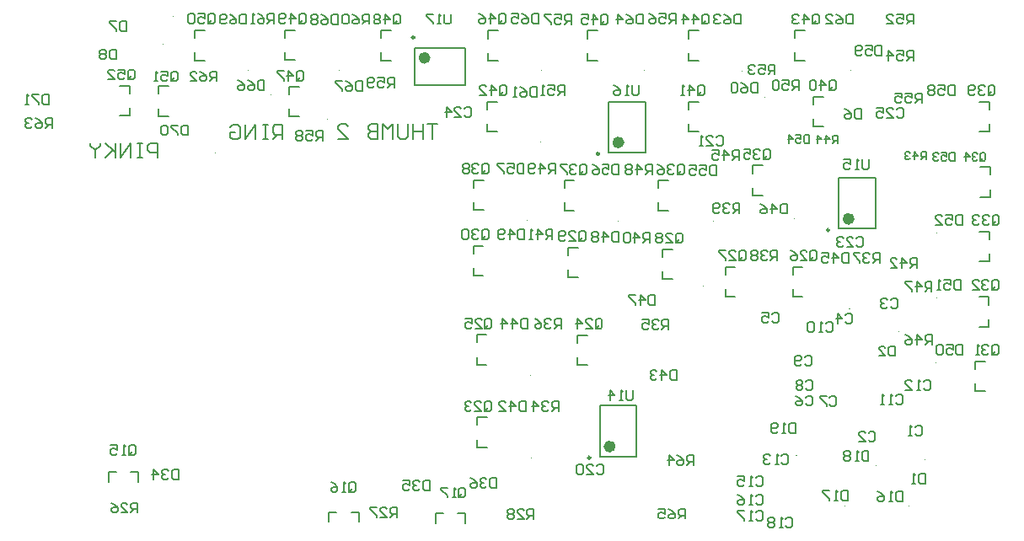
<source format=gbr>
G04 Layer_Color=49087*
%FSLAX44Y44*%
%MOMM*%
%TF.FileFunction,Legend,Bot*%
%TF.Part,Single*%
G01*
G75*
%TA.AperFunction,NonConductor*%
%ADD47C,0.1000*%
%ADD48C,0.6000*%
%ADD49C,0.2500*%
%ADD50C,0.2000*%
D47*
X642000Y303500D02*
G03*
X642000Y303500I-500J0D01*
G01*
X716000D02*
G03*
X716000Y303500I-500J0D01*
G01*
X509500Y709250D02*
G03*
X509500Y709250I-500J0D01*
G01*
X566500Y685000D02*
G03*
X566500Y685000I-500J0D01*
G01*
X578500Y734250D02*
G03*
X578500Y734250I-500J0D01*
G01*
X487000Y734000D02*
G03*
X487000Y734000I-500J0D01*
G01*
X453500Y651000D02*
G03*
X453500Y651000I-500J0D01*
G01*
X1150500Y296250D02*
G03*
X1150500Y296250I-500J0D01*
G01*
X1086750Y296500D02*
G03*
X1086750Y296500I-500J0D01*
G01*
X1117500Y336750D02*
G03*
X1117500Y336750I-500J0D01*
G01*
X411750Y788250D02*
G03*
X411750Y788250I-500J0D01*
G01*
X401250Y760500D02*
G03*
X401250Y760500I-500J0D01*
G01*
X1037750Y347250D02*
G03*
X1037750Y347250I-500J0D01*
G01*
X1167000Y343000D02*
G03*
X1167000Y343000I-500J0D01*
G01*
X1140750Y471500D02*
G03*
X1140750Y471500I-500J0D01*
G01*
X1093000Y663250D02*
G03*
X1093000Y663250I-500J0D01*
G01*
X393000Y312750D02*
G03*
X393000Y312750I-500J0D01*
G01*
X294750Y693750D02*
G03*
X294750Y693750I-500J0D01*
G01*
X983000Y733000D02*
G03*
X983000Y733000I-500J0D01*
G01*
X781500Y733750D02*
G03*
X781500Y733750I-500J0D01*
G01*
X884500D02*
G03*
X884500Y733750I-500J0D01*
G01*
X1092500Y734000D02*
G03*
X1092500Y734000I-500J0D01*
G01*
X1176250Y700500D02*
G03*
X1176250Y700500I-500J0D01*
G01*
X1101750Y740500D02*
G03*
X1101750Y740500I-500J0D01*
G01*
X1005500Y706750D02*
G03*
X1005500Y706750I-500J0D01*
G01*
X780250Y662000D02*
G03*
X780250Y662000I-500J0D01*
G01*
X766750Y583000D02*
G03*
X766750Y583000I-500J0D01*
G01*
X858250Y582500D02*
G03*
X858250Y582500I-500J0D01*
G01*
X954250Y582250D02*
G03*
X954250Y582250I-500J0D01*
G01*
X1025500Y652250D02*
G03*
X1025500Y652250I-500J0D01*
G01*
X1178000Y635500D02*
G03*
X1178000Y635500I-500J0D01*
G01*
X1178250Y570500D02*
G03*
X1178250Y570500I-500J0D01*
G01*
X1178750Y505250D02*
G03*
X1178750Y505250I-500J0D01*
G01*
X1177750Y440250D02*
G03*
X1177750Y440250I-500J0D01*
G01*
X769000Y516750D02*
G03*
X769000Y516750I-500J0D01*
G01*
X861250Y514250D02*
G03*
X861250Y514250I-500J0D01*
G01*
X943750Y517250D02*
G03*
X943750Y517250I-500J0D01*
G01*
X1035250Y585000D02*
G03*
X1035250Y585000I-500J0D01*
G01*
X1091000Y494500D02*
G03*
X1091000Y494500I-500J0D01*
G01*
X770500Y427750D02*
G03*
X770500Y427750I-500J0D01*
G01*
X879250Y427000D02*
G03*
X879250Y427000I-500J0D01*
G01*
X771500Y344750D02*
G03*
X771500Y344750I-500J0D01*
G01*
D48*
X666750Y746500D02*
G03*
X666750Y746500I-3000J0D01*
G01*
X861500Y661500D02*
G03*
X861500Y661500I-3000J0D01*
G01*
X1092750Y584750D02*
G03*
X1092750Y584750I-3000J0D01*
G01*
X852750Y356000D02*
G03*
X852750Y356000I-3000J0D01*
G01*
D49*
X653700Y767000D02*
G03*
X653700Y767000I-1250J0D01*
G01*
X839250Y650200D02*
G03*
X839250Y650200I-1250J0D01*
G01*
X1070500Y573450D02*
G03*
X1070500Y573450I-1250J0D01*
G01*
X830500Y344700D02*
G03*
X830500Y344700I-1250J0D01*
G01*
D50*
X704750Y719500D02*
Y756500D01*
X653750Y719500D02*
Y756500D01*
Y719500D02*
X704750D01*
X653750Y756500D02*
X704750D01*
X528000Y717750D02*
X538000D01*
X528000Y710000D02*
Y717750D01*
Y687750D02*
X538000D01*
X528000D02*
Y695500D01*
X620250Y744000D02*
Y751750D01*
Y744000D02*
X630250D01*
X620250Y766250D02*
Y774000D01*
X630250D01*
X523750Y774250D02*
X533750D01*
X523750Y766500D02*
Y774250D01*
Y744250D02*
X533750D01*
X523750D02*
Y752000D01*
X432750Y744000D02*
Y751750D01*
Y744000D02*
X442750D01*
X432750Y766250D02*
Y774000D01*
X442750D01*
X567750Y290250D02*
X575500D01*
X567750Y280250D02*
Y290250D01*
X590000D02*
X597750D01*
Y280250D02*
Y290250D01*
X376250Y320250D02*
Y330250D01*
X368500D02*
X376250D01*
X346250Y320250D02*
Y330250D01*
X354000D01*
X705000Y278750D02*
Y288750D01*
X697250D02*
X705000D01*
X675000Y278750D02*
Y288750D01*
X682750D01*
X716500Y385250D02*
X726500D01*
X716500Y377500D02*
Y385250D01*
Y355250D02*
X726500D01*
X716500D02*
Y363000D01*
X367750Y710500D02*
Y718250D01*
X357750D02*
X367750D01*
Y688250D02*
Y696000D01*
X357750Y688250D02*
X367750D01*
X396250Y718000D02*
X406250D01*
X396250Y710250D02*
Y718000D01*
Y688000D02*
X406250D01*
X396250D02*
Y695750D01*
X929000Y743750D02*
Y751500D01*
Y743750D02*
X939000D01*
X929000Y766000D02*
Y773750D01*
X939000D01*
X727500Y743750D02*
Y751500D01*
Y743750D02*
X737500D01*
X727500Y766000D02*
Y773750D01*
X737500D01*
X827750D02*
X837750D01*
X827750Y766000D02*
Y773750D01*
Y743750D02*
X837750D01*
X827750D02*
Y751500D01*
X1035750Y774000D02*
X1045750D01*
X1035750Y766250D02*
Y774000D01*
Y744000D02*
X1045750D01*
X1035750D02*
Y751750D01*
X929000Y702250D02*
X939000D01*
X929000Y694500D02*
Y702250D01*
Y672250D02*
X939000D01*
X929000D02*
Y680000D01*
X1221000Y672250D02*
X1231000D01*
Y680000D01*
X1221000Y702250D02*
X1231000D01*
Y694500D02*
Y702250D01*
X1054750Y677500D02*
Y685250D01*
Y677500D02*
X1064750D01*
X1054750Y699750D02*
Y707500D01*
X1064750D01*
X848500Y702500D02*
X885500D01*
X848500Y651500D02*
X885500D01*
Y702500D01*
X848500Y651500D02*
Y702500D01*
X726750Y672500D02*
Y680250D01*
Y672500D02*
X736750D01*
X726750Y694750D02*
Y702500D01*
X736750D01*
X713000Y593500D02*
Y601250D01*
Y593500D02*
X723000D01*
X713000Y615750D02*
Y623500D01*
X723000D01*
X804250Y623250D02*
X814250D01*
X804250Y615500D02*
Y623250D01*
Y593250D02*
X814250D01*
X804250D02*
Y601000D01*
X898500Y593250D02*
Y601000D01*
Y593250D02*
X908500D01*
X898500Y615500D02*
Y623250D01*
X908500D01*
X993500Y638250D02*
X1003500D01*
X993500Y630500D02*
Y638250D01*
Y608250D02*
X1003500D01*
X993500D02*
Y616000D01*
X1079750Y625750D02*
X1116750D01*
X1079750Y574750D02*
X1116750D01*
Y625750D01*
X1079750Y574750D02*
Y625750D01*
X1232250Y629000D02*
Y636750D01*
X1222250D02*
X1232250D01*
Y606750D02*
Y614500D01*
X1222250Y606750D02*
X1232250D01*
X1221250Y542000D02*
X1231250D01*
Y549750D01*
X1221250Y572000D02*
X1231250D01*
Y564250D02*
Y572000D01*
X1230750Y498500D02*
Y506250D01*
X1220750D02*
X1230750D01*
Y476250D02*
Y484000D01*
X1220750Y476250D02*
X1230750D01*
X1216750Y441750D02*
X1226750D01*
X1216750Y434000D02*
Y441750D01*
Y411750D02*
X1226750D01*
X1216750D02*
Y419500D01*
X712750Y527500D02*
Y535250D01*
Y527500D02*
X722750D01*
X712750Y549750D02*
Y557500D01*
X722750D01*
X808250Y555750D02*
X818250D01*
X808250Y548000D02*
Y555750D01*
Y525750D02*
X818250D01*
X808250D02*
Y533500D01*
X903000Y524000D02*
Y531750D01*
Y524000D02*
X913000D01*
X903000Y546250D02*
Y554000D01*
X913000D01*
X966000Y536500D02*
X976000D01*
X966000Y528750D02*
Y536500D01*
Y506500D02*
X976000D01*
X966000D02*
Y514250D01*
X1033750Y506250D02*
Y514000D01*
Y506250D02*
X1043750D01*
X1033750Y528500D02*
Y536250D01*
X1043750D01*
X716250Y468250D02*
X726250D01*
X716250Y460500D02*
Y468250D01*
Y438250D02*
X726250D01*
X716250D02*
Y446000D01*
X817500Y438000D02*
Y445750D01*
Y438000D02*
X827500D01*
X817500Y460250D02*
Y468000D01*
X827500D01*
X839750Y397000D02*
X876750D01*
X839750Y346000D02*
X876750D01*
Y397000D01*
X839750Y346000D02*
Y397000D01*
X669000Y322247D02*
Y312250D01*
X664002D01*
X662336Y313916D01*
Y320581D01*
X664002Y322247D01*
X669000D01*
X659003Y320581D02*
X657337Y322247D01*
X654005D01*
X652339Y320581D01*
Y318915D01*
X654005Y317248D01*
X655671D01*
X654005D01*
X652339Y315582D01*
Y313916D01*
X654005Y312250D01*
X657337D01*
X659003Y313916D01*
X642342Y322247D02*
X649006D01*
Y317248D01*
X645674Y318915D01*
X644008D01*
X642342Y317248D01*
Y313916D01*
X644008Y312250D01*
X647340D01*
X649006Y313916D01*
X736250Y324497D02*
Y314500D01*
X731252D01*
X729585Y316166D01*
Y322831D01*
X731252Y324497D01*
X736250D01*
X726253Y322831D02*
X724587Y324497D01*
X721255D01*
X719589Y322831D01*
Y321165D01*
X721255Y319498D01*
X722921D01*
X721255D01*
X719589Y317832D01*
Y316166D01*
X721255Y314500D01*
X724587D01*
X726253Y316166D01*
X709592Y324497D02*
X712924Y322831D01*
X716256Y319498D01*
Y316166D01*
X714590Y314500D01*
X711258D01*
X709592Y316166D01*
Y317832D01*
X711258Y319498D01*
X716256D01*
X690500Y790497D02*
Y782166D01*
X688834Y780500D01*
X685502D01*
X683836Y782166D01*
Y790497D01*
X680503Y780500D02*
X677171D01*
X678837D01*
Y790497D01*
X680503Y788831D01*
X672173Y790497D02*
X665508D01*
Y788831D01*
X672173Y782166D01*
Y780500D01*
X1110250Y644497D02*
Y636166D01*
X1108584Y634500D01*
X1105252D01*
X1103586Y636166D01*
Y644497D01*
X1100253Y634500D02*
X1096921D01*
X1098587D01*
Y644497D01*
X1100253Y642831D01*
X1085258Y644497D02*
X1091923D01*
Y639498D01*
X1088590Y641164D01*
X1086924D01*
X1085258Y639498D01*
Y636166D01*
X1086924Y634500D01*
X1090256D01*
X1091923Y636166D01*
X925500Y283500D02*
Y293497D01*
X920502D01*
X918836Y291831D01*
Y288498D01*
X920502Y286832D01*
X925500D01*
X922168D02*
X918836Y283500D01*
X908839Y293497D02*
X912171Y291831D01*
X915503Y288498D01*
Y285166D01*
X913837Y283500D01*
X910505D01*
X908839Y285166D01*
Y286832D01*
X910505Y288498D01*
X915503D01*
X898842Y293497D02*
X905506D01*
Y288498D01*
X902174Y290165D01*
X900508D01*
X898842Y288498D01*
Y285166D01*
X900508Y283500D01*
X903840D01*
X905506Y285166D01*
X934250Y337500D02*
Y347497D01*
X929252D01*
X927585Y345831D01*
Y342498D01*
X929252Y340832D01*
X934250D01*
X930918D02*
X927585Y337500D01*
X917589Y347497D02*
X920921Y345831D01*
X924253Y342498D01*
Y339166D01*
X922587Y337500D01*
X919255D01*
X917589Y339166D01*
Y340832D01*
X919255Y342498D01*
X924253D01*
X909258Y337500D02*
Y347497D01*
X914256Y342498D01*
X907592D01*
X289500Y676250D02*
Y686247D01*
X284502D01*
X282836Y684581D01*
Y681248D01*
X284502Y679582D01*
X289500D01*
X286168D02*
X282836Y676250D01*
X272839Y686247D02*
X276171Y684581D01*
X279503Y681248D01*
Y677916D01*
X277837Y676250D01*
X274505D01*
X272839Y677916D01*
Y679582D01*
X274505Y681248D01*
X279503D01*
X269506Y684581D02*
X267840Y686247D01*
X264508D01*
X262842Y684581D01*
Y682915D01*
X264508Y681248D01*
X266174D01*
X264508D01*
X262842Y679582D01*
Y677916D01*
X264508Y676250D01*
X267840D01*
X269506Y677916D01*
X455000Y723000D02*
Y732997D01*
X450002D01*
X448335Y731331D01*
Y727998D01*
X450002Y726332D01*
X455000D01*
X451668D02*
X448335Y723000D01*
X438339Y732997D02*
X441671Y731331D01*
X445003Y727998D01*
Y724666D01*
X443337Y723000D01*
X440005D01*
X438339Y724666D01*
Y726332D01*
X440005Y727998D01*
X445003D01*
X428342Y723000D02*
X435006D01*
X428342Y729665D01*
Y731331D01*
X430008Y732997D01*
X433340D01*
X435006Y731331D01*
X512750Y780750D02*
Y790747D01*
X507752D01*
X506086Y789081D01*
Y785748D01*
X507752Y784082D01*
X512750D01*
X509418D02*
X506086Y780750D01*
X496089Y790747D02*
X499421Y789081D01*
X502753Y785748D01*
Y782416D01*
X501087Y780750D01*
X497755D01*
X496089Y782416D01*
Y784082D01*
X497755Y785748D01*
X502753D01*
X492756Y780750D02*
X489424D01*
X491090D01*
Y790747D01*
X492756Y789081D01*
X608000Y780500D02*
Y790497D01*
X603002D01*
X601335Y788831D01*
Y785498D01*
X603002Y783832D01*
X608000D01*
X604668D02*
X601335Y780500D01*
X591339Y790497D02*
X594671Y788831D01*
X598003Y785498D01*
Y782166D01*
X596337Y780500D01*
X593005D01*
X591339Y782166D01*
Y783832D01*
X593005Y785498D01*
X598003D01*
X588006Y788831D02*
X586340Y790497D01*
X583008D01*
X581342Y788831D01*
Y782166D01*
X583008Y780500D01*
X586340D01*
X588006Y782166D01*
Y788831D01*
X633500Y716500D02*
Y726497D01*
X628502D01*
X626836Y724831D01*
Y721498D01*
X628502Y719832D01*
X633500D01*
X630168D02*
X626836Y716500D01*
X616839Y726497D02*
X623503D01*
Y721498D01*
X620171Y723165D01*
X618505D01*
X616839Y721498D01*
Y718166D01*
X618505Y716500D01*
X621837D01*
X623503Y718166D01*
X613506D02*
X611840Y716500D01*
X608508D01*
X606842Y718166D01*
Y724831D01*
X608508Y726497D01*
X611840D01*
X613506Y724831D01*
Y723165D01*
X611840Y721498D01*
X606842D01*
X561500Y663500D02*
Y673497D01*
X556502D01*
X554836Y671831D01*
Y668498D01*
X556502Y666832D01*
X561500D01*
X558168D02*
X554836Y663500D01*
X544839Y673497D02*
X551503D01*
Y668498D01*
X548171Y670164D01*
X546505D01*
X544839Y668498D01*
Y665166D01*
X546505Y663500D01*
X549837D01*
X551503Y665166D01*
X541506Y671831D02*
X539840Y673497D01*
X536508D01*
X534842Y671831D01*
Y670164D01*
X536508Y668498D01*
X534842Y666832D01*
Y665166D01*
X536508Y663500D01*
X539840D01*
X541506Y665166D01*
Y666832D01*
X539840Y668498D01*
X541506Y670164D01*
Y671831D01*
X539840Y668498D02*
X536508D01*
X1163500Y701000D02*
Y710997D01*
X1158502D01*
X1156835Y709331D01*
Y705998D01*
X1158502Y704332D01*
X1163500D01*
X1160168D02*
X1156835Y701000D01*
X1146839Y710997D02*
X1153503D01*
Y705998D01*
X1150171Y707664D01*
X1148505D01*
X1146839Y705998D01*
Y702666D01*
X1148505Y701000D01*
X1151837D01*
X1153503Y702666D01*
X1136842Y710997D02*
X1143506D01*
Y705998D01*
X1140174Y707664D01*
X1138508D01*
X1136842Y705998D01*
Y702666D01*
X1138508Y701000D01*
X1141840D01*
X1143506Y702666D01*
X1155000Y744000D02*
Y753997D01*
X1150002D01*
X1148335Y752331D01*
Y748998D01*
X1150002Y747332D01*
X1155000D01*
X1151668D02*
X1148335Y744000D01*
X1138339Y753997D02*
X1145003D01*
Y748998D01*
X1141671Y750665D01*
X1140005D01*
X1138339Y748998D01*
Y745666D01*
X1140005Y744000D01*
X1143337D01*
X1145003Y745666D01*
X1130008Y744000D02*
Y753997D01*
X1135006Y748998D01*
X1128342D01*
X1173250Y512000D02*
Y521997D01*
X1168252D01*
X1166585Y520331D01*
Y516998D01*
X1168252Y515332D01*
X1173250D01*
X1169918D02*
X1166585Y512000D01*
X1158255D02*
Y521997D01*
X1163253Y516998D01*
X1156589D01*
X1153256Y521997D02*
X1146592D01*
Y520331D01*
X1153256Y513666D01*
Y512000D01*
X1173500Y458500D02*
Y468497D01*
X1168502D01*
X1166835Y466831D01*
Y463498D01*
X1168502Y461832D01*
X1173500D01*
X1170168D02*
X1166835Y458500D01*
X1158505D02*
Y468497D01*
X1163503Y463498D01*
X1156839D01*
X1146842Y468497D02*
X1150174Y466831D01*
X1153506Y463498D01*
Y460166D01*
X1151840Y458500D01*
X1148508D01*
X1146842Y460166D01*
Y461832D01*
X1148508Y463498D01*
X1153506D01*
X979500Y643500D02*
Y653497D01*
X974502D01*
X972835Y651831D01*
Y648498D01*
X974502Y646832D01*
X979500D01*
X976168D02*
X972835Y643500D01*
X964505D02*
Y653497D01*
X969503Y648498D01*
X962839D01*
X952842Y653497D02*
X959506D01*
Y648498D01*
X956174Y650164D01*
X954508D01*
X952842Y648498D01*
Y645166D01*
X954508Y643500D01*
X957840D01*
X959506Y645166D01*
X1079000Y660500D02*
Y668497D01*
X1075001D01*
X1073668Y667165D01*
Y664499D01*
X1075001Y663166D01*
X1079000D01*
X1076334D02*
X1073668Y660500D01*
X1067004D02*
Y668497D01*
X1071003Y664499D01*
X1065671D01*
X1059006Y660500D02*
Y668497D01*
X1063005Y664499D01*
X1057674D01*
X1167750Y644250D02*
Y652247D01*
X1163751D01*
X1162418Y650915D01*
Y648249D01*
X1163751Y646916D01*
X1167750D01*
X1165084D02*
X1162418Y644250D01*
X1155754D02*
Y652247D01*
X1159753Y648249D01*
X1154421D01*
X1151755Y650915D02*
X1150422Y652247D01*
X1147756D01*
X1146423Y650915D01*
Y649582D01*
X1147756Y648249D01*
X1149089D01*
X1147756D01*
X1146423Y646916D01*
Y645583D01*
X1147756Y644250D01*
X1150422D01*
X1151755Y645583D01*
X1158500Y535375D02*
Y545372D01*
X1153502D01*
X1151835Y543706D01*
Y540373D01*
X1153502Y538707D01*
X1158500D01*
X1155168D02*
X1151835Y535375D01*
X1143505D02*
Y545372D01*
X1148503Y540373D01*
X1141839D01*
X1131842Y535375D02*
X1138506D01*
X1131842Y542039D01*
Y543706D01*
X1133508Y545372D01*
X1136840D01*
X1138506Y543706D01*
X792250Y564250D02*
Y574247D01*
X787252D01*
X785585Y572581D01*
Y569248D01*
X787252Y567582D01*
X792250D01*
X788918D02*
X785585Y564250D01*
X777255D02*
Y574247D01*
X782253Y569248D01*
X775589D01*
X772256Y564250D02*
X768924D01*
X770590D01*
Y574247D01*
X772256Y572581D01*
X890250Y561000D02*
Y570997D01*
X885252D01*
X883586Y569331D01*
Y565998D01*
X885252Y564332D01*
X890250D01*
X886918D02*
X883586Y561000D01*
X875255D02*
Y570997D01*
X880253Y565998D01*
X873589D01*
X870257Y569331D02*
X868590Y570997D01*
X865258D01*
X863592Y569331D01*
Y562666D01*
X865258Y561000D01*
X868590D01*
X870257Y562666D01*
Y569331D01*
X773580Y283176D02*
Y293173D01*
X768582D01*
X766916Y291507D01*
Y288174D01*
X768582Y286508D01*
X773580D01*
X770248D02*
X766916Y283176D01*
X756919D02*
X763583D01*
X756919Y289841D01*
Y291507D01*
X758585Y293173D01*
X761917D01*
X763583Y291507D01*
X753586D02*
X751920Y293173D01*
X748588D01*
X746922Y291507D01*
Y289841D01*
X748588Y288174D01*
X746922Y286508D01*
Y284842D01*
X748588Y283176D01*
X751920D01*
X753586Y284842D01*
Y286508D01*
X751920Y288174D01*
X753586Y289841D01*
Y291507D01*
X751920Y288174D02*
X748588D01*
X635750Y284500D02*
Y294497D01*
X630752D01*
X629086Y292831D01*
Y289498D01*
X630752Y287832D01*
X635750D01*
X632418D02*
X629086Y284500D01*
X619089D02*
X625753D01*
X619089Y291164D01*
Y292831D01*
X620755Y294497D01*
X624087D01*
X625753Y292831D01*
X615756Y294497D02*
X609092D01*
Y292831D01*
X615756Y286166D01*
Y284500D01*
X375500Y289500D02*
Y299497D01*
X370502D01*
X368835Y297831D01*
Y294498D01*
X370502Y292832D01*
X375500D01*
X372168D02*
X368835Y289500D01*
X358839D02*
X365503D01*
X358839Y296164D01*
Y297831D01*
X360505Y299497D01*
X363837D01*
X365503Y297831D01*
X348842Y299497D02*
X352174Y297831D01*
X355507Y294498D01*
Y291166D01*
X353840Y289500D01*
X350508D01*
X348842Y291166D01*
Y292832D01*
X350508Y294498D01*
X355507D01*
X366086Y726416D02*
Y733081D01*
X367752Y734747D01*
X371084D01*
X372750Y733081D01*
Y726416D01*
X371084Y724750D01*
X367752D01*
X369418Y728082D02*
X366086Y724750D01*
X367752D02*
X366086Y726416D01*
X356089Y734747D02*
X362753D01*
Y729748D01*
X359421Y731414D01*
X357755D01*
X356089Y729748D01*
Y726416D01*
X357755Y724750D01*
X361087D01*
X362753Y726416D01*
X346092Y724750D02*
X352756D01*
X346092Y731414D01*
Y733081D01*
X347758Y734747D01*
X351090D01*
X352756Y733081D01*
X409336Y724666D02*
Y731331D01*
X411002Y732997D01*
X414334D01*
X416000Y731331D01*
Y724666D01*
X414334Y723000D01*
X411002D01*
X412668Y726332D02*
X409336Y723000D01*
X411002D02*
X409336Y724666D01*
X399339Y732997D02*
X406003D01*
Y727998D01*
X402671Y729665D01*
X401005D01*
X399339Y727998D01*
Y724666D01*
X401005Y723000D01*
X404337D01*
X406003Y724666D01*
X396006Y723000D02*
X392674D01*
X394340D01*
Y732997D01*
X396006Y731331D01*
X446335Y782416D02*
Y789081D01*
X448002Y790747D01*
X451334D01*
X453000Y789081D01*
Y782416D01*
X451334Y780750D01*
X448002D01*
X449668Y784082D02*
X446335Y780750D01*
X448002D02*
X446335Y782416D01*
X436339Y790747D02*
X443003D01*
Y785748D01*
X439671Y787414D01*
X438005D01*
X436339Y785748D01*
Y782416D01*
X438005Y780750D01*
X441337D01*
X443003Y782416D01*
X433006Y789081D02*
X431340Y790747D01*
X428008D01*
X426342Y789081D01*
Y782416D01*
X428008Y780750D01*
X431340D01*
X433006Y782416D01*
Y789081D01*
X537585Y782416D02*
Y789081D01*
X539252Y790747D01*
X542584D01*
X544250Y789081D01*
Y782416D01*
X542584Y780750D01*
X539252D01*
X540918Y784082D02*
X537585Y780750D01*
X539252D02*
X537585Y782416D01*
X529255Y780750D02*
Y790747D01*
X534253Y785748D01*
X527589D01*
X524257Y782416D02*
X522590Y780750D01*
X519258D01*
X517592Y782416D01*
Y789081D01*
X519258Y790747D01*
X522590D01*
X524257Y789081D01*
Y787414D01*
X522590Y785748D01*
X517592D01*
X632836Y782166D02*
Y788831D01*
X634502Y790497D01*
X637834D01*
X639500Y788831D01*
Y782166D01*
X637834Y780500D01*
X634502D01*
X636168Y783832D02*
X632836Y780500D01*
X634502D02*
X632836Y782166D01*
X624505Y780500D02*
Y790497D01*
X629503Y785498D01*
X622839D01*
X619506Y788831D02*
X617840Y790497D01*
X614508D01*
X612842Y788831D01*
Y787165D01*
X614508Y785498D01*
X612842Y783832D01*
Y782166D01*
X614508Y780500D01*
X617840D01*
X619506Y782166D01*
Y783832D01*
X617840Y785498D01*
X619506Y787165D01*
Y788831D01*
X617840Y785498D02*
X614508D01*
X535586Y724916D02*
Y731581D01*
X537252Y733247D01*
X540584D01*
X542250Y731581D01*
Y724916D01*
X540584Y723250D01*
X537252D01*
X538918Y726582D02*
X535586Y723250D01*
X537252D02*
X535586Y724916D01*
X527255Y723250D02*
Y733247D01*
X532253Y728248D01*
X525589D01*
X522256Y733247D02*
X515592D01*
Y731581D01*
X522256Y724916D01*
Y723250D01*
X738335Y782666D02*
Y789331D01*
X740002Y790997D01*
X743334D01*
X745000Y789331D01*
Y782666D01*
X743334Y781000D01*
X740002D01*
X741668Y784332D02*
X738335Y781000D01*
X740002D02*
X738335Y782666D01*
X730005Y781000D02*
Y790997D01*
X735003Y785998D01*
X728339D01*
X718342Y790997D02*
X721674Y789331D01*
X725006Y785998D01*
Y782666D01*
X723340Y781000D01*
X720008D01*
X718342Y782666D01*
Y784332D01*
X720008Y785998D01*
X725006D01*
X841336Y781666D02*
Y788331D01*
X843002Y789997D01*
X846334D01*
X848000Y788331D01*
Y781666D01*
X846334Y780000D01*
X843002D01*
X844668Y783332D02*
X841336Y780000D01*
X843002D02*
X841336Y781666D01*
X833005Y780000D02*
Y789997D01*
X838003Y784998D01*
X831339D01*
X821342Y789997D02*
X828006D01*
Y784998D01*
X824674Y786665D01*
X823008D01*
X821342Y784998D01*
Y781666D01*
X823008Y780000D01*
X826340D01*
X828006Y781666D01*
X942336Y782166D02*
Y788831D01*
X944002Y790497D01*
X947334D01*
X949000Y788831D01*
Y782166D01*
X947334Y780500D01*
X944002D01*
X945668Y783832D02*
X942336Y780500D01*
X944002D02*
X942336Y782166D01*
X934005Y780500D02*
Y790497D01*
X939003Y785498D01*
X932339D01*
X924008Y780500D02*
Y790497D01*
X929006Y785498D01*
X922342D01*
X1053586Y782166D02*
Y788831D01*
X1055252Y790497D01*
X1058584D01*
X1060250Y788831D01*
Y782166D01*
X1058584Y780500D01*
X1055252D01*
X1056918Y783832D02*
X1053586Y780500D01*
X1055252D02*
X1053586Y782166D01*
X1045255Y780500D02*
Y790497D01*
X1050253Y785498D01*
X1043589D01*
X1040256Y788831D02*
X1038590Y790497D01*
X1035258D01*
X1033592Y788831D01*
Y787165D01*
X1035258Y785498D01*
X1036924D01*
X1035258D01*
X1033592Y783832D01*
Y782166D01*
X1035258Y780500D01*
X1038590D01*
X1040256Y782166D01*
X739335Y710666D02*
Y717331D01*
X741002Y718997D01*
X744334D01*
X746000Y717331D01*
Y710666D01*
X744334Y709000D01*
X741002D01*
X742668Y712332D02*
X739335Y709000D01*
X741002D02*
X739335Y710666D01*
X731005Y709000D02*
Y718997D01*
X736003Y713998D01*
X729339D01*
X719342Y709000D02*
X726006D01*
X719342Y715665D01*
Y717331D01*
X721008Y718997D01*
X724340D01*
X726006Y717331D01*
X938335Y710666D02*
Y717331D01*
X940002Y718997D01*
X943334D01*
X945000Y717331D01*
Y710666D01*
X943334Y709000D01*
X940002D01*
X941668Y712332D02*
X938335Y709000D01*
X940002D02*
X938335Y710666D01*
X930005Y709000D02*
Y718997D01*
X935003Y713998D01*
X928339D01*
X925006Y709000D02*
X921674D01*
X923340D01*
Y718997D01*
X925006Y717331D01*
X1070585Y715916D02*
Y722581D01*
X1072252Y724247D01*
X1075584D01*
X1077250Y722581D01*
Y715916D01*
X1075584Y714250D01*
X1072252D01*
X1073918Y717582D02*
X1070585Y714250D01*
X1072252D02*
X1070585Y715916D01*
X1062255Y714250D02*
Y724247D01*
X1067253Y719248D01*
X1060589D01*
X1057256Y722581D02*
X1055590Y724247D01*
X1052258D01*
X1050592Y722581D01*
Y715916D01*
X1052258Y714250D01*
X1055590D01*
X1057256Y715916D01*
Y722581D01*
X1230086Y710416D02*
Y717081D01*
X1231752Y718747D01*
X1235084D01*
X1236750Y717081D01*
Y710416D01*
X1235084Y708750D01*
X1231752D01*
X1233418Y712082D02*
X1230086Y708750D01*
X1231752D02*
X1230086Y710416D01*
X1226753Y717081D02*
X1225087Y718747D01*
X1221755D01*
X1220089Y717081D01*
Y715415D01*
X1221755Y713748D01*
X1223421D01*
X1221755D01*
X1220089Y712082D01*
Y710416D01*
X1221755Y708750D01*
X1225087D01*
X1226753Y710416D01*
X1216756D02*
X1215090Y708750D01*
X1211758D01*
X1210092Y710416D01*
Y717081D01*
X1211758Y718747D01*
X1215090D01*
X1216756Y717081D01*
Y715415D01*
X1215090Y713748D01*
X1210092D01*
X721835Y631666D02*
Y638331D01*
X723502Y639997D01*
X726834D01*
X728500Y638331D01*
Y631666D01*
X726834Y630000D01*
X723502D01*
X725168Y633332D02*
X721835Y630000D01*
X723502D02*
X721835Y631666D01*
X718503Y638331D02*
X716837Y639997D01*
X713505D01*
X711839Y638331D01*
Y636665D01*
X713505Y634998D01*
X715171D01*
X713505D01*
X711839Y633332D01*
Y631666D01*
X713505Y630000D01*
X716837D01*
X718503Y631666D01*
X708506Y638331D02*
X706840Y639997D01*
X703508D01*
X701842Y638331D01*
Y636665D01*
X703508Y634998D01*
X701842Y633332D01*
Y631666D01*
X703508Y630000D01*
X706840D01*
X708506Y631666D01*
Y633332D01*
X706840Y634998D01*
X708506Y636665D01*
Y638331D01*
X706840Y634998D02*
X703508D01*
X820086Y631416D02*
Y638081D01*
X821752Y639747D01*
X825084D01*
X826750Y638081D01*
Y631416D01*
X825084Y629750D01*
X821752D01*
X823418Y633082D02*
X820086Y629750D01*
X821752D02*
X820086Y631416D01*
X816753Y638081D02*
X815087Y639747D01*
X811755D01*
X810089Y638081D01*
Y636414D01*
X811755Y634748D01*
X813421D01*
X811755D01*
X810089Y633082D01*
Y631416D01*
X811755Y629750D01*
X815087D01*
X816753Y631416D01*
X806757Y639747D02*
X800092D01*
Y638081D01*
X806757Y631416D01*
Y629750D01*
X918085Y631416D02*
Y638081D01*
X919752Y639747D01*
X923084D01*
X924750Y638081D01*
Y631416D01*
X923084Y629750D01*
X919752D01*
X921418Y633082D02*
X918085Y629750D01*
X919752D02*
X918085Y631416D01*
X914753Y638081D02*
X913087Y639747D01*
X909755D01*
X908089Y638081D01*
Y636414D01*
X909755Y634748D01*
X911421D01*
X909755D01*
X908089Y633082D01*
Y631416D01*
X909755Y629750D01*
X913087D01*
X914753Y631416D01*
X898092Y639747D02*
X901424Y638081D01*
X904756Y634748D01*
Y631416D01*
X903090Y629750D01*
X899758D01*
X898092Y631416D01*
Y633082D01*
X899758Y634748D01*
X904756D01*
X1004585Y646416D02*
Y653081D01*
X1006252Y654747D01*
X1009584D01*
X1011250Y653081D01*
Y646416D01*
X1009584Y644750D01*
X1006252D01*
X1007918Y648082D02*
X1004585Y644750D01*
X1006252D02*
X1004585Y646416D01*
X1001253Y653081D02*
X999587Y654747D01*
X996255D01*
X994589Y653081D01*
Y651414D01*
X996255Y649748D01*
X997921D01*
X996255D01*
X994589Y648082D01*
Y646416D01*
X996255Y644750D01*
X999587D01*
X1001253Y646416D01*
X984592Y654747D02*
X991256D01*
Y649748D01*
X987924Y651414D01*
X986258D01*
X984592Y649748D01*
Y646416D01*
X986258Y644750D01*
X989590D01*
X991256Y646416D01*
X1222168Y644333D02*
Y649665D01*
X1223501Y650997D01*
X1226167D01*
X1227500Y649665D01*
Y644333D01*
X1226167Y643000D01*
X1223501D01*
X1224834Y645666D02*
X1222168Y643000D01*
X1223501D02*
X1222168Y644333D01*
X1219503Y649665D02*
X1218170Y650997D01*
X1215504D01*
X1214171Y649665D01*
Y648332D01*
X1215504Y646999D01*
X1216837D01*
X1215504D01*
X1214171Y645666D01*
Y644333D01*
X1215504Y643000D01*
X1218170D01*
X1219503Y644333D01*
X1207506Y643000D02*
Y650997D01*
X1211505Y646999D01*
X1206174D01*
X1234335Y580166D02*
Y586831D01*
X1236002Y588497D01*
X1239334D01*
X1241000Y586831D01*
Y580166D01*
X1239334Y578500D01*
X1236002D01*
X1237668Y581832D02*
X1234335Y578500D01*
X1236002D02*
X1234335Y580166D01*
X1231003Y586831D02*
X1229337Y588497D01*
X1226005D01*
X1224339Y586831D01*
Y585164D01*
X1226005Y583498D01*
X1227671D01*
X1226005D01*
X1224339Y581832D01*
Y580166D01*
X1226005Y578500D01*
X1229337D01*
X1231003Y580166D01*
X1221006Y586831D02*
X1219340Y588497D01*
X1216008D01*
X1214342Y586831D01*
Y585164D01*
X1216008Y583498D01*
X1217674D01*
X1216008D01*
X1214342Y581832D01*
Y580166D01*
X1216008Y578500D01*
X1219340D01*
X1221006Y580166D01*
X1234085Y514916D02*
Y521581D01*
X1235752Y523247D01*
X1239084D01*
X1240750Y521581D01*
Y514916D01*
X1239084Y513250D01*
X1235752D01*
X1237418Y516582D02*
X1234085Y513250D01*
X1235752D02*
X1234085Y514916D01*
X1230753Y521581D02*
X1229087Y523247D01*
X1225755D01*
X1224089Y521581D01*
Y519915D01*
X1225755Y518248D01*
X1227421D01*
X1225755D01*
X1224089Y516582D01*
Y514916D01*
X1225755Y513250D01*
X1229087D01*
X1230753Y514916D01*
X1214092Y513250D02*
X1220757D01*
X1214092Y519915D01*
Y521581D01*
X1215758Y523247D01*
X1219090D01*
X1220757Y521581D01*
X1234085Y449916D02*
Y456581D01*
X1235752Y458247D01*
X1239084D01*
X1240750Y456581D01*
Y449916D01*
X1239084Y448250D01*
X1235752D01*
X1237418Y451582D02*
X1234085Y448250D01*
X1235752D02*
X1234085Y449916D01*
X1230753Y456581D02*
X1229087Y458247D01*
X1225755D01*
X1224089Y456581D01*
Y454915D01*
X1225755Y453248D01*
X1227421D01*
X1225755D01*
X1224089Y451582D01*
Y449916D01*
X1225755Y448250D01*
X1229087D01*
X1230753Y449916D01*
X1220756Y448250D02*
X1217424D01*
X1219090D01*
Y458247D01*
X1220756Y456581D01*
X721585Y565666D02*
Y572331D01*
X723252Y573997D01*
X726584D01*
X728250Y572331D01*
Y565666D01*
X726584Y564000D01*
X723252D01*
X724918Y567332D02*
X721585Y564000D01*
X723252D02*
X721585Y565666D01*
X718253Y572331D02*
X716587Y573997D01*
X713255D01*
X711589Y572331D01*
Y570664D01*
X713255Y568998D01*
X714921D01*
X713255D01*
X711589Y567332D01*
Y565666D01*
X713255Y564000D01*
X716587D01*
X718253Y565666D01*
X708256Y572331D02*
X706590Y573997D01*
X703258D01*
X701592Y572331D01*
Y565666D01*
X703258Y564000D01*
X706590D01*
X708256Y565666D01*
Y572331D01*
X818836Y564166D02*
Y570831D01*
X820502Y572497D01*
X823834D01*
X825500Y570831D01*
Y564166D01*
X823834Y562500D01*
X820502D01*
X822168Y565832D02*
X818836Y562500D01*
X820502D02*
X818836Y564166D01*
X808839Y562500D02*
X815503D01*
X808839Y569165D01*
Y570831D01*
X810505Y572497D01*
X813837D01*
X815503Y570831D01*
X805506Y564166D02*
X803840Y562500D01*
X800508D01*
X798842Y564166D01*
Y570831D01*
X800508Y572497D01*
X803840D01*
X805506Y570831D01*
Y569165D01*
X803840Y567498D01*
X798842D01*
X916086Y562166D02*
Y568831D01*
X917752Y570497D01*
X921084D01*
X922750Y568831D01*
Y562166D01*
X921084Y560500D01*
X917752D01*
X919418Y563832D02*
X916086Y560500D01*
X917752D02*
X916086Y562166D01*
X906089Y560500D02*
X912753D01*
X906089Y567164D01*
Y568831D01*
X907755Y570497D01*
X911087D01*
X912753Y568831D01*
X902756D02*
X901090Y570497D01*
X897758D01*
X896092Y568831D01*
Y567164D01*
X897758Y565498D01*
X896092Y563832D01*
Y562166D01*
X897758Y560500D01*
X901090D01*
X902756Y562166D01*
Y563832D01*
X901090Y565498D01*
X902756Y567164D01*
Y568831D01*
X901090Y565498D02*
X897758D01*
X979836Y544666D02*
Y551331D01*
X981502Y552997D01*
X984834D01*
X986500Y551331D01*
Y544666D01*
X984834Y543000D01*
X981502D01*
X983168Y546332D02*
X979836Y543000D01*
X981502D02*
X979836Y544666D01*
X969839Y543000D02*
X976503D01*
X969839Y549664D01*
Y551331D01*
X971505Y552997D01*
X974837D01*
X976503Y551331D01*
X966506Y552997D02*
X959842D01*
Y551331D01*
X966506Y544666D01*
Y543000D01*
X1051336Y544416D02*
Y551081D01*
X1053002Y552747D01*
X1056334D01*
X1058000Y551081D01*
Y544416D01*
X1056334Y542750D01*
X1053002D01*
X1054668Y546082D02*
X1051336Y542750D01*
X1053002D02*
X1051336Y544416D01*
X1041339Y542750D02*
X1048003D01*
X1041339Y549414D01*
Y551081D01*
X1043005Y552747D01*
X1046337D01*
X1048003Y551081D01*
X1031342Y552747D02*
X1034674Y551081D01*
X1038006Y547748D01*
Y544416D01*
X1036340Y542750D01*
X1033008D01*
X1031342Y544416D01*
Y546082D01*
X1033008Y547748D01*
X1038006D01*
X724585Y476416D02*
Y483081D01*
X726252Y484747D01*
X729584D01*
X731250Y483081D01*
Y476416D01*
X729584Y474750D01*
X726252D01*
X727918Y478082D02*
X724585Y474750D01*
X726252D02*
X724585Y476416D01*
X714589Y474750D02*
X721253D01*
X714589Y481414D01*
Y483081D01*
X716255Y484747D01*
X719587D01*
X721253Y483081D01*
X704592Y484747D02*
X711256D01*
Y479748D01*
X707924Y481414D01*
X706258D01*
X704592Y479748D01*
Y476416D01*
X706258Y474750D01*
X709590D01*
X711256Y476416D01*
X835585Y476166D02*
Y482831D01*
X837252Y484497D01*
X840584D01*
X842250Y482831D01*
Y476166D01*
X840584Y474500D01*
X837252D01*
X838918Y477832D02*
X835585Y474500D01*
X837252D02*
X835585Y476166D01*
X825589Y474500D02*
X832253D01*
X825589Y481165D01*
Y482831D01*
X827255Y484497D01*
X830587D01*
X832253Y482831D01*
X817258Y474500D02*
Y484497D01*
X822256Y479498D01*
X815592D01*
X724335Y393416D02*
Y400081D01*
X726002Y401747D01*
X729334D01*
X731000Y400081D01*
Y393416D01*
X729334Y391750D01*
X726002D01*
X727668Y395082D02*
X724335Y391750D01*
X726002D02*
X724335Y393416D01*
X714339Y391750D02*
X721003D01*
X714339Y398414D01*
Y400081D01*
X716005Y401747D01*
X719337D01*
X721003Y400081D01*
X711006D02*
X709340Y401747D01*
X706008D01*
X704342Y400081D01*
Y398414D01*
X706008Y396748D01*
X707674D01*
X706008D01*
X704342Y395082D01*
Y393416D01*
X706008Y391750D01*
X709340D01*
X711006Y393416D01*
X286250Y709997D02*
Y700000D01*
X281252D01*
X279585Y701666D01*
Y708331D01*
X281252Y709997D01*
X286250D01*
X276253D02*
X269589D01*
Y708331D01*
X276253Y701666D01*
Y700000D01*
X266256D02*
X262924D01*
X264590D01*
Y709997D01*
X266256Y708331D01*
X426000Y678747D02*
Y668750D01*
X421002D01*
X419336Y670416D01*
Y677081D01*
X421002Y678747D01*
X426000D01*
X416003D02*
X409339D01*
Y677081D01*
X416003Y670416D01*
Y668750D01*
X406007Y677081D02*
X404340Y678747D01*
X401008D01*
X399342Y677081D01*
Y670416D01*
X401008Y668750D01*
X404340D01*
X406007Y670416D01*
Y677081D01*
X484750Y790497D02*
Y780500D01*
X479752D01*
X478086Y782166D01*
Y788831D01*
X479752Y790497D01*
X484750D01*
X468089D02*
X471421Y788831D01*
X474753Y785498D01*
Y782166D01*
X473087Y780500D01*
X469755D01*
X468089Y782166D01*
Y783832D01*
X469755Y785498D01*
X474753D01*
X464756Y782166D02*
X463090Y780500D01*
X459758D01*
X458092Y782166D01*
Y788831D01*
X459758Y790497D01*
X463090D01*
X464756Y788831D01*
Y787165D01*
X463090Y785498D01*
X458092D01*
X576500Y790247D02*
Y780250D01*
X571502D01*
X569836Y781916D01*
Y788581D01*
X571502Y790247D01*
X576500D01*
X559839D02*
X563171Y788581D01*
X566503Y785248D01*
Y781916D01*
X564837Y780250D01*
X561505D01*
X559839Y781916D01*
Y783582D01*
X561505Y785248D01*
X566503D01*
X556506Y788581D02*
X554840Y790247D01*
X551508D01*
X549842Y788581D01*
Y786915D01*
X551508Y785248D01*
X549842Y783582D01*
Y781916D01*
X551508Y780250D01*
X554840D01*
X556506Y781916D01*
Y783582D01*
X554840Y785248D01*
X556506Y786915D01*
Y788581D01*
X554840Y785248D02*
X551508D01*
X601000Y722997D02*
Y713000D01*
X596002D01*
X594336Y714666D01*
Y721331D01*
X596002Y722997D01*
X601000D01*
X584339D02*
X587671Y721331D01*
X591003Y717998D01*
Y714666D01*
X589337Y713000D01*
X586005D01*
X584339Y714666D01*
Y716332D01*
X586005Y717998D01*
X591003D01*
X581006Y722997D02*
X574342D01*
Y721331D01*
X581006Y714666D01*
Y713000D01*
X502750Y724247D02*
Y714250D01*
X497752D01*
X496086Y715916D01*
Y722581D01*
X497752Y724247D01*
X502750D01*
X486089D02*
X489421Y722581D01*
X492753Y719248D01*
Y715916D01*
X491087Y714250D01*
X487755D01*
X486089Y715916D01*
Y717582D01*
X487755Y719248D01*
X492753D01*
X476092Y724247D02*
X479424Y722581D01*
X482756Y719248D01*
Y715916D01*
X481090Y714250D01*
X477758D01*
X476092Y715916D01*
Y717582D01*
X477758Y719248D01*
X482756D01*
X956750Y638497D02*
Y628500D01*
X951752D01*
X950086Y630166D01*
Y636831D01*
X951752Y638497D01*
X956750D01*
X940089D02*
X946753D01*
Y633498D01*
X943421Y635164D01*
X941755D01*
X940089Y633498D01*
Y630166D01*
X941755Y628500D01*
X945087D01*
X946753Y630166D01*
X930092Y638497D02*
X936756D01*
Y633498D01*
X933424Y635164D01*
X931758D01*
X930092Y633498D01*
Y630166D01*
X931758Y628500D01*
X935090D01*
X936756Y630166D01*
X1050000Y668747D02*
Y660750D01*
X1046001D01*
X1044668Y662083D01*
Y667414D01*
X1046001Y668747D01*
X1050000D01*
X1036671D02*
X1042003D01*
Y664749D01*
X1039337Y666082D01*
X1038004D01*
X1036671Y664749D01*
Y662083D01*
X1038004Y660750D01*
X1040670D01*
X1042003Y662083D01*
X1030006Y660750D02*
Y668747D01*
X1034005Y664749D01*
X1028674D01*
X1196250Y651247D02*
Y643250D01*
X1192251D01*
X1190918Y644583D01*
Y649914D01*
X1192251Y651247D01*
X1196250D01*
X1182921D02*
X1188253D01*
Y647249D01*
X1185587Y648582D01*
X1184254D01*
X1182921Y647249D01*
Y644583D01*
X1184254Y643250D01*
X1186920D01*
X1188253Y644583D01*
X1180255Y649914D02*
X1178922Y651247D01*
X1176256D01*
X1174924Y649914D01*
Y648582D01*
X1176256Y647249D01*
X1177589D01*
X1176256D01*
X1174924Y645916D01*
Y644583D01*
X1176256Y643250D01*
X1178922D01*
X1180255Y644583D01*
X1204000Y588497D02*
Y578500D01*
X1199002D01*
X1197336Y580166D01*
Y586831D01*
X1199002Y588497D01*
X1204000D01*
X1187339D02*
X1194003D01*
Y583498D01*
X1190671Y585164D01*
X1189005D01*
X1187339Y583498D01*
Y580166D01*
X1189005Y578500D01*
X1192337D01*
X1194003Y580166D01*
X1177342Y578500D02*
X1184006D01*
X1177342Y585164D01*
Y586831D01*
X1179008Y588497D01*
X1182340D01*
X1184006Y586831D01*
X1202250Y523247D02*
Y513250D01*
X1197252D01*
X1195585Y514916D01*
Y521581D01*
X1197252Y523247D01*
X1202250D01*
X1185589D02*
X1192253D01*
Y518248D01*
X1188921Y519915D01*
X1187255D01*
X1185589Y518248D01*
Y514916D01*
X1187255Y513250D01*
X1190587D01*
X1192253Y514916D01*
X1182256Y513250D02*
X1178924D01*
X1180590D01*
Y523247D01*
X1182256Y521581D01*
X1204500Y458247D02*
Y448250D01*
X1199502D01*
X1197835Y449916D01*
Y456581D01*
X1199502Y458247D01*
X1204500D01*
X1187839D02*
X1194503D01*
Y453248D01*
X1191171Y454915D01*
X1189505D01*
X1187839Y453248D01*
Y449916D01*
X1189505Y448250D01*
X1192837D01*
X1194503Y449916D01*
X1184506Y456581D02*
X1182840Y458247D01*
X1179508D01*
X1177842Y456581D01*
Y449916D01*
X1179508Y448250D01*
X1182840D01*
X1184506Y449916D01*
Y456581D01*
X764250Y574247D02*
Y564250D01*
X759252D01*
X757586Y565916D01*
Y572581D01*
X759252Y574247D01*
X764250D01*
X749255Y564250D02*
Y574247D01*
X754253Y569248D01*
X747589D01*
X744256Y565916D02*
X742590Y564250D01*
X739258D01*
X737592Y565916D01*
Y572581D01*
X739258Y574247D01*
X742590D01*
X744256Y572581D01*
Y570914D01*
X742590Y569248D01*
X737592D01*
X858500Y571497D02*
Y561500D01*
X853502D01*
X851835Y563166D01*
Y569831D01*
X853502Y571497D01*
X858500D01*
X843505Y561500D02*
Y571497D01*
X848503Y566498D01*
X841839D01*
X838506Y569831D02*
X836840Y571497D01*
X833508D01*
X831842Y569831D01*
Y568164D01*
X833508Y566498D01*
X831842Y564832D01*
Y563166D01*
X833508Y561500D01*
X836840D01*
X838506Y563166D01*
Y564832D01*
X836840Y566498D01*
X838506Y568164D01*
Y569831D01*
X836840Y566498D02*
X833508D01*
X416500Y332747D02*
Y322750D01*
X411502D01*
X409836Y324416D01*
Y331081D01*
X411502Y332747D01*
X416500D01*
X406503Y331081D02*
X404837Y332747D01*
X401505D01*
X399839Y331081D01*
Y329414D01*
X401505Y327748D01*
X403171D01*
X401505D01*
X399839Y326082D01*
Y324416D01*
X401505Y322750D01*
X404837D01*
X406503Y324416D01*
X391508Y322750D02*
Y332747D01*
X396506Y327748D01*
X389842D01*
X1138085Y694331D02*
X1139752Y695997D01*
X1143084D01*
X1144750Y694331D01*
Y687666D01*
X1143084Y686000D01*
X1139752D01*
X1138085Y687666D01*
X1128089Y686000D02*
X1134753D01*
X1128089Y692664D01*
Y694331D01*
X1129755Y695997D01*
X1133087D01*
X1134753Y694331D01*
X1118092Y695997D02*
X1124756D01*
Y690998D01*
X1121424Y692664D01*
X1119758D01*
X1118092Y690998D01*
Y687666D01*
X1119758Y686000D01*
X1123090D01*
X1124756Y687666D01*
X704085Y695331D02*
X705752Y696997D01*
X709084D01*
X710750Y695331D01*
Y688666D01*
X709084Y687000D01*
X705752D01*
X704085Y688666D01*
X694089Y687000D02*
X700753D01*
X694089Y693664D01*
Y695331D01*
X695755Y696997D01*
X699087D01*
X700753Y695331D01*
X685758Y687000D02*
Y696997D01*
X690756Y691998D01*
X684092D01*
X1097835Y564831D02*
X1099502Y566497D01*
X1102834D01*
X1104500Y564831D01*
Y558166D01*
X1102834Y556500D01*
X1099502D01*
X1097835Y558166D01*
X1087839Y556500D02*
X1094503D01*
X1087839Y563164D01*
Y564831D01*
X1089505Y566497D01*
X1092837D01*
X1094503Y564831D01*
X1084506D02*
X1082840Y566497D01*
X1079508D01*
X1077842Y564831D01*
Y563164D01*
X1079508Y561498D01*
X1081174D01*
X1079508D01*
X1077842Y559832D01*
Y558166D01*
X1079508Y556500D01*
X1082840D01*
X1084506Y558166D01*
X879000Y718997D02*
Y710666D01*
X877334Y709000D01*
X874002D01*
X872336Y710666D01*
Y718997D01*
X869003Y709000D02*
X865671D01*
X867337D01*
Y718997D01*
X869003Y717331D01*
X854008Y718997D02*
X857340Y717331D01*
X860673Y713998D01*
Y710666D01*
X859006Y709000D01*
X855674D01*
X854008Y710666D01*
Y712332D01*
X855674Y713998D01*
X860673D01*
X873250Y412747D02*
Y404416D01*
X871584Y402750D01*
X868252D01*
X866585Y404416D01*
Y412747D01*
X863253Y402750D02*
X859921D01*
X861587D01*
Y412747D01*
X863253Y411081D01*
X849924Y402750D02*
Y412747D01*
X854923Y407748D01*
X848258D01*
X811250Y780250D02*
Y790247D01*
X806252D01*
X804585Y788581D01*
Y785248D01*
X806252Y783582D01*
X811250D01*
X807918D02*
X804585Y780250D01*
X794589Y790247D02*
X801253D01*
Y785248D01*
X797921Y786915D01*
X796255D01*
X794589Y785248D01*
Y781916D01*
X796255Y780250D01*
X799587D01*
X801253Y781916D01*
X791256Y790247D02*
X784592D01*
Y788581D01*
X791256Y781916D01*
Y780250D01*
X916250Y780750D02*
Y790747D01*
X911252D01*
X909585Y789081D01*
Y785748D01*
X911252Y784082D01*
X916250D01*
X912918D02*
X909585Y780750D01*
X899589Y790747D02*
X906253D01*
Y785748D01*
X902921Y787414D01*
X901255D01*
X899589Y785748D01*
Y782416D01*
X901255Y780750D01*
X904587D01*
X906253Y782416D01*
X889592Y790747D02*
X892924Y789081D01*
X896256Y785748D01*
Y782416D01*
X894590Y780750D01*
X891258D01*
X889592Y782416D01*
Y784082D01*
X891258Y785748D01*
X896256D01*
X1015750Y729750D02*
Y739747D01*
X1010752D01*
X1009085Y738081D01*
Y734748D01*
X1010752Y733082D01*
X1015750D01*
X1012418D02*
X1009085Y729750D01*
X999089Y739747D02*
X1005753D01*
Y734748D01*
X1002421Y736414D01*
X1000755D01*
X999089Y734748D01*
Y731416D01*
X1000755Y729750D01*
X1004087D01*
X1005753Y731416D01*
X995756Y738081D02*
X994090Y739747D01*
X990758D01*
X989092Y738081D01*
Y736414D01*
X990758Y734748D01*
X992424D01*
X990758D01*
X989092Y733082D01*
Y731416D01*
X990758Y729750D01*
X994090D01*
X995756Y731416D01*
X1155062Y780518D02*
Y790515D01*
X1150064D01*
X1148398Y788849D01*
Y785516D01*
X1150064Y783850D01*
X1155062D01*
X1151730D02*
X1148398Y780518D01*
X1138401Y790515D02*
X1145065D01*
Y785516D01*
X1141733Y787182D01*
X1140067D01*
X1138401Y785516D01*
Y782184D01*
X1140067Y780518D01*
X1143399D01*
X1145065Y782184D01*
X1128404Y780518D02*
X1135068D01*
X1128404Y787182D01*
Y788849D01*
X1130070Y790515D01*
X1133402D01*
X1135068Y788849D01*
X804500Y709000D02*
Y718997D01*
X799502D01*
X797835Y717331D01*
Y713998D01*
X799502Y712332D01*
X804500D01*
X801168D02*
X797835Y709000D01*
X787839Y718997D02*
X794503D01*
Y713998D01*
X791171Y715665D01*
X789505D01*
X787839Y713998D01*
Y710666D01*
X789505Y709000D01*
X792837D01*
X794503Y710666D01*
X784507Y709000D02*
X781174D01*
X782840D01*
Y718997D01*
X784507Y717331D01*
X1040000Y714250D02*
Y724247D01*
X1035002D01*
X1033335Y722581D01*
Y719248D01*
X1035002Y717582D01*
X1040000D01*
X1036668D02*
X1033335Y714250D01*
X1023339Y724247D02*
X1030003D01*
Y719248D01*
X1026671Y720915D01*
X1025005D01*
X1023339Y719248D01*
Y715916D01*
X1025005Y714250D01*
X1028337D01*
X1030003Y715916D01*
X1020006Y722581D02*
X1018340Y724247D01*
X1015008D01*
X1013342Y722581D01*
Y715916D01*
X1015008Y714250D01*
X1018340D01*
X1020006Y715916D01*
Y722581D01*
X795250Y630000D02*
Y639997D01*
X790252D01*
X788586Y638331D01*
Y634998D01*
X790252Y633332D01*
X795250D01*
X791918D02*
X788586Y630000D01*
X780255D02*
Y639997D01*
X785253Y634998D01*
X778589D01*
X775256Y631666D02*
X773590Y630000D01*
X770258D01*
X768592Y631666D01*
Y638331D01*
X770258Y639997D01*
X773590D01*
X775256Y638331D01*
Y636665D01*
X773590Y634998D01*
X768592D01*
X892250Y629750D02*
Y639747D01*
X887252D01*
X885585Y638081D01*
Y634748D01*
X887252Y633082D01*
X892250D01*
X888918D02*
X885585Y629750D01*
X877255D02*
Y639747D01*
X882253Y634748D01*
X875589D01*
X872256Y638081D02*
X870590Y639747D01*
X867258D01*
X865592Y638081D01*
Y636414D01*
X867258Y634748D01*
X865592Y633082D01*
Y631416D01*
X867258Y629750D01*
X870590D01*
X872256Y631416D01*
Y633082D01*
X870590Y634748D01*
X872256Y636414D01*
Y638081D01*
X870590Y634748D02*
X867258D01*
X980250Y590250D02*
Y600247D01*
X975252D01*
X973586Y598581D01*
Y595248D01*
X975252Y593582D01*
X980250D01*
X976918D02*
X973586Y590250D01*
X970253Y598581D02*
X968587Y600247D01*
X965255D01*
X963589Y598581D01*
Y596914D01*
X965255Y595248D01*
X966921D01*
X965255D01*
X963589Y593582D01*
Y591916D01*
X965255Y590250D01*
X968587D01*
X970253Y591916D01*
X960256D02*
X958590Y590250D01*
X955258D01*
X953592Y591916D01*
Y598581D01*
X955258Y600247D01*
X958590D01*
X960256Y598581D01*
Y596914D01*
X958590Y595248D01*
X953592D01*
X1018250Y543000D02*
Y552997D01*
X1013252D01*
X1011585Y551331D01*
Y547998D01*
X1013252Y546332D01*
X1018250D01*
X1014918D02*
X1011585Y543000D01*
X1008253Y551331D02*
X1006587Y552997D01*
X1003255D01*
X1001589Y551331D01*
Y549664D01*
X1003255Y547998D01*
X1004921D01*
X1003255D01*
X1001589Y546332D01*
Y544666D01*
X1003255Y543000D01*
X1006587D01*
X1008253Y544666D01*
X998256Y551331D02*
X996590Y552997D01*
X993258D01*
X991592Y551331D01*
Y549664D01*
X993258Y547998D01*
X991592Y546332D01*
Y544666D01*
X993258Y543000D01*
X996590D01*
X998256Y544666D01*
Y546332D01*
X996590Y547998D01*
X998256Y549664D01*
Y551331D01*
X996590Y547998D02*
X993258D01*
X1121250Y540500D02*
Y550497D01*
X1116252D01*
X1114585Y548831D01*
Y545498D01*
X1116252Y543832D01*
X1121250D01*
X1117918D02*
X1114585Y540500D01*
X1111253Y548831D02*
X1109587Y550497D01*
X1106255D01*
X1104589Y548831D01*
Y547164D01*
X1106255Y545498D01*
X1107921D01*
X1106255D01*
X1104589Y543832D01*
Y542166D01*
X1106255Y540500D01*
X1109587D01*
X1111253Y542166D01*
X1101256Y550497D02*
X1094592D01*
Y548831D01*
X1101256Y542166D01*
Y540500D01*
X801250Y474750D02*
Y484747D01*
X796252D01*
X794585Y483081D01*
Y479748D01*
X796252Y478082D01*
X801250D01*
X797918D02*
X794585Y474750D01*
X791253Y483081D02*
X789587Y484747D01*
X786255D01*
X784589Y483081D01*
Y481414D01*
X786255Y479748D01*
X787921D01*
X786255D01*
X784589Y478082D01*
Y476416D01*
X786255Y474750D01*
X789587D01*
X791253Y476416D01*
X774592Y484747D02*
X777924Y483081D01*
X781256Y479748D01*
Y476416D01*
X779590Y474750D01*
X776258D01*
X774592Y476416D01*
Y478082D01*
X776258Y479748D01*
X781256D01*
X909000Y473750D02*
Y483747D01*
X904002D01*
X902336Y482081D01*
Y478748D01*
X904002Y477082D01*
X909000D01*
X905668D02*
X902336Y473750D01*
X899003Y482081D02*
X897337Y483747D01*
X894005D01*
X892339Y482081D01*
Y480415D01*
X894005Y478748D01*
X895671D01*
X894005D01*
X892339Y477082D01*
Y475416D01*
X894005Y473750D01*
X897337D01*
X899003Y475416D01*
X882342Y483747D02*
X889006D01*
Y478748D01*
X885674Y480415D01*
X884008D01*
X882342Y478748D01*
Y475416D01*
X884008Y473750D01*
X887340D01*
X889006Y475416D01*
X798500Y391500D02*
Y401497D01*
X793502D01*
X791835Y399831D01*
Y396498D01*
X793502Y394832D01*
X798500D01*
X795168D02*
X791835Y391500D01*
X788503Y399831D02*
X786837Y401497D01*
X783505D01*
X781839Y399831D01*
Y398164D01*
X783505Y396498D01*
X785171D01*
X783505D01*
X781839Y394832D01*
Y393166D01*
X783505Y391500D01*
X786837D01*
X788503Y393166D01*
X773508Y391500D02*
Y401497D01*
X778506Y396498D01*
X771842D01*
X698335Y306416D02*
Y313081D01*
X700002Y314747D01*
X703334D01*
X705000Y313081D01*
Y306416D01*
X703334Y304750D01*
X700002D01*
X701668Y308082D02*
X698335Y304750D01*
X700002D02*
X698335Y306416D01*
X695003Y304750D02*
X691671D01*
X693337D01*
Y314747D01*
X695003Y313081D01*
X686673Y314747D02*
X680008D01*
Y313081D01*
X686673Y306416D01*
Y304750D01*
X588052Y312117D02*
Y318781D01*
X589718Y320447D01*
X593050D01*
X594717Y318781D01*
Y312117D01*
X593050Y310450D01*
X589718D01*
X591384Y313783D02*
X588052Y310450D01*
X589718D02*
X588052Y312117D01*
X584720Y310450D02*
X581388D01*
X583054D01*
Y320447D01*
X584720Y318781D01*
X569725Y320447D02*
X573057Y318781D01*
X576389Y315449D01*
Y312117D01*
X574723Y310450D01*
X571391D01*
X569725Y312117D01*
Y313783D01*
X571391Y315449D01*
X576389D01*
X366586Y348916D02*
Y355581D01*
X368252Y357247D01*
X371584D01*
X373250Y355581D01*
Y348916D01*
X371584Y347250D01*
X368252D01*
X369918Y350582D02*
X366586Y347250D01*
X368252D02*
X366586Y348916D01*
X363253Y347250D02*
X359921D01*
X361587D01*
Y357247D01*
X363253Y355581D01*
X348258Y357247D02*
X354923D01*
Y352248D01*
X351590Y353914D01*
X349924D01*
X348258Y352248D01*
Y348916D01*
X349924Y347250D01*
X353256D01*
X354923Y348916D01*
X778000Y790997D02*
Y781000D01*
X773002D01*
X771336Y782666D01*
Y789331D01*
X773002Y790997D01*
X778000D01*
X761339D02*
X764671Y789331D01*
X768003Y785998D01*
Y782666D01*
X766337Y781000D01*
X763005D01*
X761339Y782666D01*
Y784332D01*
X763005Y785998D01*
X768003D01*
X751342Y790997D02*
X758006D01*
Y785998D01*
X754674Y787664D01*
X753008D01*
X751342Y785998D01*
Y782666D01*
X753008Y781000D01*
X756340D01*
X758006Y782666D01*
X883000Y790497D02*
Y780500D01*
X878002D01*
X876336Y782166D01*
Y788831D01*
X878002Y790497D01*
X883000D01*
X866339D02*
X869671Y788831D01*
X873003Y785498D01*
Y782166D01*
X871337Y780500D01*
X868005D01*
X866339Y782166D01*
Y783832D01*
X868005Y785498D01*
X873003D01*
X858008Y780500D02*
Y790497D01*
X863007Y785498D01*
X856342D01*
X981250Y790497D02*
Y780500D01*
X976252D01*
X974585Y782166D01*
Y788831D01*
X976252Y790497D01*
X981250D01*
X964589D02*
X967921Y788831D01*
X971253Y785498D01*
Y782166D01*
X969587Y780500D01*
X966255D01*
X964589Y782166D01*
Y783832D01*
X966255Y785498D01*
X971253D01*
X961256Y788831D02*
X959590Y790497D01*
X956258D01*
X954592Y788831D01*
Y787165D01*
X956258Y785498D01*
X957924D01*
X956258D01*
X954592Y783832D01*
Y782166D01*
X956258Y780500D01*
X959590D01*
X961256Y782166D01*
X1093750Y790497D02*
Y780500D01*
X1088752D01*
X1087085Y782166D01*
Y788831D01*
X1088752Y790497D01*
X1093750D01*
X1077089D02*
X1080421Y788831D01*
X1083753Y785498D01*
Y782166D01*
X1082087Y780500D01*
X1078755D01*
X1077089Y782166D01*
Y783832D01*
X1078755Y785498D01*
X1083753D01*
X1067092Y780500D02*
X1073756D01*
X1067092Y787165D01*
Y788831D01*
X1068758Y790497D01*
X1072090D01*
X1073756Y788831D01*
X776500Y717497D02*
Y707500D01*
X771502D01*
X769836Y709166D01*
Y715831D01*
X771502Y717497D01*
X776500D01*
X759839D02*
X763171Y715831D01*
X766503Y712498D01*
Y709166D01*
X764837Y707500D01*
X761505D01*
X759839Y709166D01*
Y710832D01*
X761505Y712498D01*
X766503D01*
X756506Y707500D02*
X753174D01*
X754840D01*
Y717497D01*
X756506Y715831D01*
X998500Y721747D02*
Y711750D01*
X993502D01*
X991835Y713416D01*
Y720081D01*
X993502Y721747D01*
X998500D01*
X981839D02*
X985171Y720081D01*
X988503Y716748D01*
Y713416D01*
X986837Y711750D01*
X983505D01*
X981839Y713416D01*
Y715082D01*
X983505Y716748D01*
X988503D01*
X978506Y720081D02*
X976840Y721747D01*
X973508D01*
X971842Y720081D01*
Y713416D01*
X973508Y711750D01*
X976840D01*
X978506Y713416D01*
Y720081D01*
X1123250Y758747D02*
Y748750D01*
X1118252D01*
X1116585Y750416D01*
Y757081D01*
X1118252Y758747D01*
X1123250D01*
X1106589D02*
X1113253D01*
Y753748D01*
X1109921Y755415D01*
X1108255D01*
X1106589Y753748D01*
Y750416D01*
X1108255Y748750D01*
X1111587D01*
X1113253Y750416D01*
X1103256D02*
X1101590Y748750D01*
X1098258D01*
X1096592Y750416D01*
Y757081D01*
X1098258Y758747D01*
X1101590D01*
X1103256Y757081D01*
Y755415D01*
X1101590Y753748D01*
X1096592D01*
X1196250Y718747D02*
Y708750D01*
X1191252D01*
X1189585Y710416D01*
Y717081D01*
X1191252Y718747D01*
X1196250D01*
X1179589D02*
X1186253D01*
Y713748D01*
X1182921Y715415D01*
X1181255D01*
X1179589Y713748D01*
Y710416D01*
X1181255Y708750D01*
X1184587D01*
X1186253Y710416D01*
X1176256Y717081D02*
X1174590Y718747D01*
X1171258D01*
X1169592Y717081D01*
Y715415D01*
X1171258Y713748D01*
X1169592Y712082D01*
Y710416D01*
X1171258Y708750D01*
X1174590D01*
X1176256Y710416D01*
Y712082D01*
X1174590Y713748D01*
X1176256Y715415D01*
Y717081D01*
X1174590Y713748D02*
X1171258D01*
X763500Y639997D02*
Y630000D01*
X758502D01*
X756835Y631666D01*
Y638331D01*
X758502Y639997D01*
X763500D01*
X746839D02*
X753503D01*
Y634998D01*
X750171Y636665D01*
X748505D01*
X746839Y634998D01*
Y631666D01*
X748505Y630000D01*
X751837D01*
X753503Y631666D01*
X743506Y639997D02*
X736842D01*
Y638331D01*
X743506Y631666D01*
Y630000D01*
X859000Y639497D02*
Y629500D01*
X854002D01*
X852336Y631166D01*
Y637831D01*
X854002Y639497D01*
X859000D01*
X842339D02*
X849003D01*
Y634498D01*
X845671Y636165D01*
X844005D01*
X842339Y634498D01*
Y631166D01*
X844005Y629500D01*
X847337D01*
X849003Y631166D01*
X832342Y639497D02*
X835674Y637831D01*
X839006Y634498D01*
Y631166D01*
X837340Y629500D01*
X834008D01*
X832342Y631166D01*
Y632832D01*
X834008Y634498D01*
X839006D01*
X895500Y508497D02*
Y498500D01*
X890502D01*
X888836Y500166D01*
Y506831D01*
X890502Y508497D01*
X895500D01*
X880505Y498500D02*
Y508497D01*
X885503Y503498D01*
X878839D01*
X875507Y508497D02*
X868842D01*
Y506831D01*
X875507Y500166D01*
Y498500D01*
X1028000Y599997D02*
Y590000D01*
X1023002D01*
X1021336Y591666D01*
Y598331D01*
X1023002Y599997D01*
X1028000D01*
X1013005Y590000D02*
Y599997D01*
X1018003Y594998D01*
X1011339D01*
X1001342Y599997D02*
X1004674Y598331D01*
X1008006Y594998D01*
Y591666D01*
X1006340Y590000D01*
X1003008D01*
X1001342Y591666D01*
Y593332D01*
X1003008Y594998D01*
X1008006D01*
X1089750Y550747D02*
Y540750D01*
X1084752D01*
X1083085Y542416D01*
Y549081D01*
X1084752Y550747D01*
X1089750D01*
X1074755Y540750D02*
Y550747D01*
X1079753Y545748D01*
X1073089D01*
X1063092Y550747D02*
X1069756D01*
Y545748D01*
X1066424Y547415D01*
X1064758D01*
X1063092Y545748D01*
Y542416D01*
X1064758Y540750D01*
X1068090D01*
X1069756Y542416D01*
X767250Y484747D02*
Y474750D01*
X762252D01*
X760585Y476416D01*
Y483081D01*
X762252Y484747D01*
X767250D01*
X752255Y474750D02*
Y484747D01*
X757253Y479748D01*
X750589D01*
X742258Y474750D02*
Y484747D01*
X747256Y479748D01*
X740592D01*
X917250Y432747D02*
Y422750D01*
X912252D01*
X910585Y424416D01*
Y431081D01*
X912252Y432747D01*
X917250D01*
X902255Y422750D02*
Y432747D01*
X907253Y427748D01*
X900589D01*
X897256Y431081D02*
X895590Y432747D01*
X892258D01*
X890592Y431081D01*
Y429414D01*
X892258Y427748D01*
X893924D01*
X892258D01*
X890592Y426082D01*
Y424416D01*
X892258Y422750D01*
X895590D01*
X897256Y424416D01*
X765250Y401747D02*
Y391750D01*
X760252D01*
X758586Y393416D01*
Y400081D01*
X760252Y401747D01*
X765250D01*
X750255Y391750D02*
Y401747D01*
X755253Y396748D01*
X748589D01*
X738592Y391750D02*
X745256D01*
X738592Y398414D01*
Y400081D01*
X740258Y401747D01*
X743590D01*
X745256Y400081D01*
X1036750Y379247D02*
Y369250D01*
X1031752D01*
X1030086Y370916D01*
Y377581D01*
X1031752Y379247D01*
X1036750D01*
X1026753Y369250D02*
X1023421D01*
X1025087D01*
Y379247D01*
X1026753Y377581D01*
X1018423Y370916D02*
X1016756Y369250D01*
X1013424D01*
X1011758Y370916D01*
Y377581D01*
X1013424Y379247D01*
X1016756D01*
X1018423Y377581D01*
Y375914D01*
X1016756Y374248D01*
X1011758D01*
X353750Y754997D02*
Y745000D01*
X348752D01*
X347085Y746666D01*
Y753331D01*
X348752Y754997D01*
X353750D01*
X343753Y753331D02*
X342087Y754997D01*
X338755D01*
X337089Y753331D01*
Y751664D01*
X338755Y749998D01*
X337089Y748332D01*
Y746666D01*
X338755Y745000D01*
X342087D01*
X343753Y746666D01*
Y748332D01*
X342087Y749998D01*
X343753Y751664D01*
Y753331D01*
X342087Y749998D02*
X338755D01*
X364250Y783247D02*
Y773250D01*
X359252D01*
X357585Y774916D01*
Y781581D01*
X359252Y783247D01*
X364250D01*
X354253D02*
X347589D01*
Y781581D01*
X354253Y774916D01*
Y773250D01*
X1102500Y695247D02*
Y685250D01*
X1097502D01*
X1095835Y686916D01*
Y693581D01*
X1097502Y695247D01*
X1102500D01*
X1085839D02*
X1089171Y693581D01*
X1092503Y690248D01*
Y686916D01*
X1090837Y685250D01*
X1087505D01*
X1085839Y686916D01*
Y688582D01*
X1087505Y690248D01*
X1092503D01*
X1136750Y456997D02*
Y447000D01*
X1131752D01*
X1130086Y448666D01*
Y455331D01*
X1131752Y456997D01*
X1136750D01*
X1120089Y447000D02*
X1126753D01*
X1120089Y453665D01*
Y455331D01*
X1121755Y456997D01*
X1125087D01*
X1126753Y455331D01*
X1167000Y328997D02*
Y319000D01*
X1162002D01*
X1160335Y320666D01*
Y327331D01*
X1162002Y328997D01*
X1167000D01*
X1157003Y319000D02*
X1153671D01*
X1155337D01*
Y328997D01*
X1157003Y327331D01*
X957085Y666581D02*
X958752Y668247D01*
X962084D01*
X963750Y666581D01*
Y659916D01*
X962084Y658250D01*
X958752D01*
X957085Y659916D01*
X947089Y658250D02*
X953753D01*
X947089Y664914D01*
Y666581D01*
X948755Y668247D01*
X952087D01*
X953753Y666581D01*
X943756Y658250D02*
X940424D01*
X942090D01*
Y668247D01*
X943756Y666581D01*
X836835Y336331D02*
X838502Y337997D01*
X841834D01*
X843500Y336331D01*
Y329666D01*
X841834Y328000D01*
X838502D01*
X836835Y329666D01*
X826839Y328000D02*
X833503D01*
X826839Y334664D01*
Y336331D01*
X828505Y337997D01*
X831837D01*
X833503Y336331D01*
X823506D02*
X821840Y337997D01*
X818508D01*
X816842Y336331D01*
Y329666D01*
X818508Y328000D01*
X821840D01*
X823506Y329666D01*
Y336331D01*
X1026835Y283331D02*
X1028502Y284997D01*
X1031834D01*
X1033500Y283331D01*
Y276666D01*
X1031834Y275000D01*
X1028502D01*
X1026835Y276666D01*
X1023503Y275000D02*
X1020171D01*
X1021837D01*
Y284997D01*
X1023503Y283331D01*
X1015173D02*
X1013506Y284997D01*
X1010174D01*
X1008508Y283331D01*
Y281665D01*
X1010174Y279998D01*
X1008508Y278332D01*
Y276666D01*
X1010174Y275000D01*
X1013506D01*
X1015173Y276666D01*
Y278332D01*
X1013506Y279998D01*
X1015173Y281665D01*
Y283331D01*
X1013506Y279998D02*
X1010174D01*
X996836Y289581D02*
X998502Y291247D01*
X1001834D01*
X1003500Y289581D01*
Y282916D01*
X1001834Y281250D01*
X998502D01*
X996836Y282916D01*
X993503Y281250D02*
X990171D01*
X991837D01*
Y291247D01*
X993503Y289581D01*
X985173Y291247D02*
X978508D01*
Y289581D01*
X985173Y282916D01*
Y281250D01*
X996836Y306081D02*
X998502Y307747D01*
X1001834D01*
X1003500Y306081D01*
Y299416D01*
X1001834Y297750D01*
X998502D01*
X996836Y299416D01*
X993503Y297750D02*
X990171D01*
X991837D01*
Y307747D01*
X993503Y306081D01*
X978508Y307747D02*
X981840Y306081D01*
X985173Y302748D01*
Y299416D01*
X983506Y297750D01*
X980174D01*
X978508Y299416D01*
Y301082D01*
X980174Y302748D01*
X985173D01*
X996586Y324831D02*
X998252Y326497D01*
X1001584D01*
X1003250Y324831D01*
Y318166D01*
X1001584Y316500D01*
X998252D01*
X996586Y318166D01*
X993253Y316500D02*
X989921D01*
X991587D01*
Y326497D01*
X993253Y324831D01*
X978258Y326497D02*
X984923D01*
Y321498D01*
X981590Y323164D01*
X979924D01*
X978258Y321498D01*
Y318166D01*
X979924Y316500D01*
X983257D01*
X984923Y318166D01*
X1022586Y346331D02*
X1024252Y347997D01*
X1027584D01*
X1029250Y346331D01*
Y339666D01*
X1027584Y338000D01*
X1024252D01*
X1022586Y339666D01*
X1019253Y338000D02*
X1015921D01*
X1017587D01*
Y347997D01*
X1019253Y346331D01*
X1010923D02*
X1009257Y347997D01*
X1005924D01*
X1004258Y346331D01*
Y344664D01*
X1005924Y342998D01*
X1007590D01*
X1005924D01*
X1004258Y341332D01*
Y339666D01*
X1005924Y338000D01*
X1009257D01*
X1010923Y339666D01*
X1165086Y421081D02*
X1166752Y422747D01*
X1170084D01*
X1171750Y421081D01*
Y414416D01*
X1170084Y412750D01*
X1166752D01*
X1165086Y414416D01*
X1161753Y412750D02*
X1158421D01*
X1160087D01*
Y422747D01*
X1161753Y421081D01*
X1146758Y412750D02*
X1153423D01*
X1146758Y419414D01*
Y421081D01*
X1148424Y422747D01*
X1151756D01*
X1153423Y421081D01*
X1137085Y406831D02*
X1138752Y408497D01*
X1142084D01*
X1143750Y406831D01*
Y400166D01*
X1142084Y398500D01*
X1138752D01*
X1137085Y400166D01*
X1133753Y398500D02*
X1130421D01*
X1132087D01*
Y408497D01*
X1133753Y406831D01*
X1125423Y398500D02*
X1122090D01*
X1123756D01*
Y408497D01*
X1125423Y406831D01*
X1067085Y479581D02*
X1068752Y481247D01*
X1072084D01*
X1073750Y479581D01*
Y472916D01*
X1072084Y471250D01*
X1068752D01*
X1067085Y472916D01*
X1063753Y471250D02*
X1060421D01*
X1062087D01*
Y481247D01*
X1063753Y479581D01*
X1055423D02*
X1053756Y481247D01*
X1050424D01*
X1048758Y479581D01*
Y472916D01*
X1050424Y471250D01*
X1053756D01*
X1055423Y472916D01*
Y479581D01*
X1046086Y445581D02*
X1047752Y447247D01*
X1051084D01*
X1052750Y445581D01*
Y438916D01*
X1051084Y437250D01*
X1047752D01*
X1046086Y438916D01*
X1042753D02*
X1041087Y437250D01*
X1037755D01*
X1036089Y438916D01*
Y445581D01*
X1037755Y447247D01*
X1041087D01*
X1042753Y445581D01*
Y443914D01*
X1041087Y442248D01*
X1036089D01*
X1070835Y404831D02*
X1072502Y406497D01*
X1075834D01*
X1077500Y404831D01*
Y398166D01*
X1075834Y396500D01*
X1072502D01*
X1070835Y398166D01*
X1067503Y406497D02*
X1060839D01*
Y404831D01*
X1067503Y398166D01*
Y396500D01*
X1046835Y405331D02*
X1048502Y406997D01*
X1051834D01*
X1053500Y405331D01*
Y398666D01*
X1051834Y397000D01*
X1048502D01*
X1046835Y398666D01*
X1036839Y406997D02*
X1040171Y405331D01*
X1043503Y401998D01*
Y398666D01*
X1041837Y397000D01*
X1038505D01*
X1036839Y398666D01*
Y400332D01*
X1038505Y401998D01*
X1043503D01*
X1013085Y488831D02*
X1014752Y490497D01*
X1018084D01*
X1019750Y488831D01*
Y482166D01*
X1018084Y480500D01*
X1014752D01*
X1013085Y482166D01*
X1003089Y490497D02*
X1009753D01*
Y485498D01*
X1006421Y487164D01*
X1004755D01*
X1003089Y485498D01*
Y482166D01*
X1004755Y480500D01*
X1008087D01*
X1009753Y482166D01*
X1086835Y487831D02*
X1088502Y489497D01*
X1091834D01*
X1093500Y487831D01*
Y481166D01*
X1091834Y479500D01*
X1088502D01*
X1086835Y481166D01*
X1078505Y479500D02*
Y489497D01*
X1083503Y484498D01*
X1076839D01*
X1132336Y503331D02*
X1134002Y504997D01*
X1137334D01*
X1139000Y503331D01*
Y496666D01*
X1137334Y495000D01*
X1134002D01*
X1132336Y496666D01*
X1129003Y503331D02*
X1127337Y504997D01*
X1124005D01*
X1122339Y503331D01*
Y501665D01*
X1124005Y499998D01*
X1125671D01*
X1124005D01*
X1122339Y498332D01*
Y496666D01*
X1124005Y495000D01*
X1127337D01*
X1129003Y496666D01*
X1109836Y369081D02*
X1111502Y370747D01*
X1114834D01*
X1116500Y369081D01*
Y362416D01*
X1114834Y360750D01*
X1111502D01*
X1109836Y362416D01*
X1099839Y360750D02*
X1106503D01*
X1099839Y367415D01*
Y369081D01*
X1101505Y370747D01*
X1104837D01*
X1106503Y369081D01*
X1157085Y375331D02*
X1158752Y376997D01*
X1162084D01*
X1163750Y375331D01*
Y368666D01*
X1162084Y367000D01*
X1158752D01*
X1157085Y368666D01*
X1153753Y367000D02*
X1150421D01*
X1152087D01*
Y376997D01*
X1153753Y375331D01*
X1109750Y351247D02*
Y341250D01*
X1104752D01*
X1103085Y342916D01*
Y349581D01*
X1104752Y351247D01*
X1109750D01*
X1099753Y341250D02*
X1096421D01*
X1098087D01*
Y351247D01*
X1099753Y349581D01*
X1091423D02*
X1089756Y351247D01*
X1086424D01*
X1084758Y349581D01*
Y347915D01*
X1086424Y346248D01*
X1084758Y344582D01*
Y342916D01*
X1086424Y341250D01*
X1089756D01*
X1091423Y342916D01*
Y344582D01*
X1089756Y346248D01*
X1091423Y347915D01*
Y349581D01*
X1089756Y346248D02*
X1086424D01*
X1088750Y311497D02*
Y301500D01*
X1083752D01*
X1082085Y303166D01*
Y309831D01*
X1083752Y311497D01*
X1088750D01*
X1078753Y301500D02*
X1075421D01*
X1077087D01*
Y311497D01*
X1078753Y309831D01*
X1070423Y311497D02*
X1063758D01*
Y309831D01*
X1070423Y303166D01*
Y301500D01*
X1143750Y311247D02*
Y301250D01*
X1138752D01*
X1137086Y302916D01*
Y309581D01*
X1138752Y311247D01*
X1143750D01*
X1133753Y301250D02*
X1130421D01*
X1132087D01*
Y311247D01*
X1133753Y309581D01*
X1118758Y311247D02*
X1122090Y309581D01*
X1125423Y306248D01*
Y302916D01*
X1123756Y301250D01*
X1120424D01*
X1118758Y302916D01*
Y304582D01*
X1120424Y306248D01*
X1125423D01*
X1047085Y420831D02*
X1048752Y422497D01*
X1052084D01*
X1053750Y420831D01*
Y414166D01*
X1052084Y412500D01*
X1048752D01*
X1047085Y414166D01*
X1043753Y420831D02*
X1042087Y422497D01*
X1038755D01*
X1037089Y420831D01*
Y419165D01*
X1038755Y417498D01*
X1037089Y415832D01*
Y414166D01*
X1038755Y412500D01*
X1042087D01*
X1043753Y414166D01*
Y415832D01*
X1042087Y417498D01*
X1043753Y419165D01*
Y420831D01*
X1042087Y417498D02*
X1038755D01*
X521250Y664500D02*
Y679495D01*
X513752D01*
X511253Y676996D01*
Y671998D01*
X513752Y669498D01*
X521250D01*
X516252D02*
X511253Y664500D01*
X506255Y679495D02*
X501256D01*
X503756D01*
Y664500D01*
X506255D01*
X501256D01*
X493759D02*
Y679495D01*
X483762Y664500D01*
Y679495D01*
X468767Y676996D02*
X471266Y679495D01*
X476265D01*
X478764Y676996D01*
Y666999D01*
X476265Y664500D01*
X471266D01*
X468767Y666999D01*
Y671998D01*
X473765D01*
X677000Y680245D02*
X667003D01*
X672002D01*
Y665250D01*
X662005Y680245D02*
Y665250D01*
Y672748D01*
X652008D01*
Y680245D01*
Y665250D01*
X647010Y680245D02*
Y667749D01*
X644510Y665250D01*
X639512D01*
X637013Y667749D01*
Y680245D01*
X632015Y665250D02*
Y680245D01*
X627016Y675247D01*
X622018Y680245D01*
Y665250D01*
X617019Y680245D02*
Y665250D01*
X609522D01*
X607023Y667749D01*
Y670248D01*
X609522Y672748D01*
X617019D01*
X609522D01*
X607023Y675247D01*
Y677746D01*
X609522Y680245D01*
X617019D01*
X577032Y665250D02*
X587029D01*
X577032Y675247D01*
Y677746D01*
X579532Y680245D01*
X584530D01*
X587029Y677746D01*
X395750Y646000D02*
Y660995D01*
X388252D01*
X385753Y658496D01*
Y653498D01*
X388252Y650998D01*
X395750D01*
X380755Y660995D02*
X375756D01*
X378256D01*
Y646000D01*
X380755D01*
X375756D01*
X368259D02*
Y660995D01*
X358262Y646000D01*
Y660995D01*
X353264D02*
Y646000D01*
Y650998D01*
X343267Y660995D01*
X350765Y653498D01*
X343267Y646000D01*
X338269Y660995D02*
Y658496D01*
X333270Y653498D01*
X328272Y658496D01*
Y660995D01*
X333270Y653498D02*
Y646000D01*
%TF.MD5,094da50c54132704be6f1007a6f708c1*%
M02*

</source>
